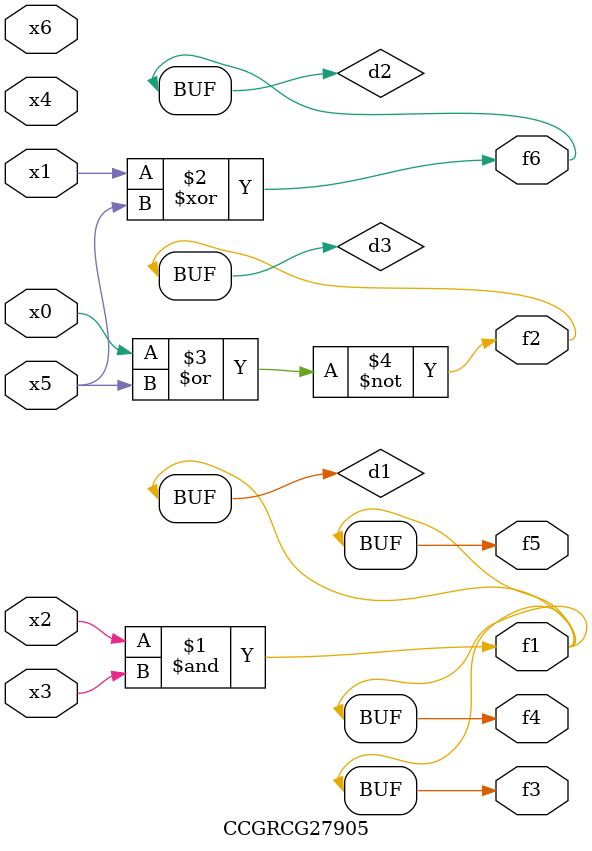
<source format=v>
module CCGRCG27905(
	input x0, x1, x2, x3, x4, x5, x6,
	output f1, f2, f3, f4, f5, f6
);

	wire d1, d2, d3;

	and (d1, x2, x3);
	xor (d2, x1, x5);
	nor (d3, x0, x5);
	assign f1 = d1;
	assign f2 = d3;
	assign f3 = d1;
	assign f4 = d1;
	assign f5 = d1;
	assign f6 = d2;
endmodule

</source>
